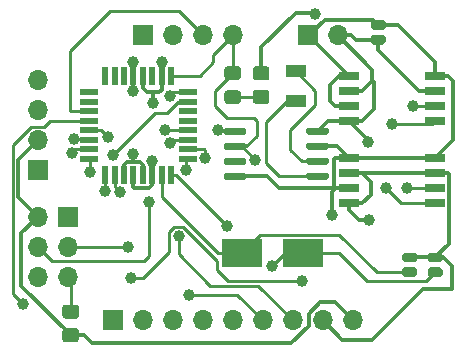
<source format=gtl>
%TF.GenerationSoftware,KiCad,Pcbnew,(5.1.10-1-10_14)*%
%TF.CreationDate,2021-08-15T15:03:56-03:00*%
%TF.ProjectId,bacee,62616365-652e-46b6-9963-61645f706362,1*%
%TF.SameCoordinates,Original*%
%TF.FileFunction,Copper,L1,Top*%
%TF.FilePolarity,Positive*%
%FSLAX46Y46*%
G04 Gerber Fmt 4.6, Leading zero omitted, Abs format (unit mm)*
G04 Created by KiCad (PCBNEW (5.1.10-1-10_14)) date 2021-08-15 15:03:56*
%MOMM*%
%LPD*%
G01*
G04 APERTURE LIST*
%TA.AperFunction,ComponentPad*%
%ADD10R,1.700000X1.700000*%
%TD*%
%TA.AperFunction,ComponentPad*%
%ADD11O,1.700000X1.700000*%
%TD*%
%TA.AperFunction,SMDPad,CuDef*%
%ADD12R,1.700000X0.650000*%
%TD*%
%TA.AperFunction,SMDPad,CuDef*%
%ADD13R,1.500000X0.550000*%
%TD*%
%TA.AperFunction,SMDPad,CuDef*%
%ADD14R,0.550000X1.500000*%
%TD*%
%TA.AperFunction,SMDPad,CuDef*%
%ADD15R,1.800000X1.000000*%
%TD*%
%TA.AperFunction,SMDPad,CuDef*%
%ADD16R,3.500000X2.400000*%
%TD*%
%TA.AperFunction,ViaPad*%
%ADD17C,1.000000*%
%TD*%
%TA.AperFunction,Conductor*%
%ADD18C,0.300000*%
%TD*%
%TA.AperFunction,Conductor*%
%ADD19C,0.250000*%
%TD*%
G04 APERTURE END LIST*
D10*
%TO.P,BT1,1*%
%TO.N,/VCC*%
X83820000Y-104140000D03*
D11*
%TO.P,BT1,2*%
%TO.N,GNDPWR*%
X86360000Y-104140000D03*
%TD*%
%TO.P,C1,1*%
%TO.N,Net-(C1-Pad1)*%
%TA.AperFunction,SMDPad,CuDef*%
G36*
G01*
X92887250Y-124608500D02*
X92024750Y-124608500D01*
G75*
G02*
X91816000Y-124399750I0J208750D01*
G01*
X91816000Y-123982250D01*
G75*
G02*
X92024750Y-123773500I208750J0D01*
G01*
X92887250Y-123773500D01*
G75*
G02*
X93096000Y-123982250I0J-208750D01*
G01*
X93096000Y-124399750D01*
G75*
G02*
X92887250Y-124608500I-208750J0D01*
G01*
G37*
%TD.AperFunction*%
%TO.P,C1,2*%
%TO.N,GNDPWR*%
%TA.AperFunction,SMDPad,CuDef*%
G36*
G01*
X92887250Y-123353500D02*
X92024750Y-123353500D01*
G75*
G02*
X91816000Y-123144750I0J208750D01*
G01*
X91816000Y-122727250D01*
G75*
G02*
X92024750Y-122518500I208750J0D01*
G01*
X92887250Y-122518500D01*
G75*
G02*
X93096000Y-122727250I0J-208750D01*
G01*
X93096000Y-123144750D01*
G75*
G02*
X92887250Y-123353500I-208750J0D01*
G01*
G37*
%TD.AperFunction*%
%TD*%
%TO.P,C2,2*%
%TO.N,GNDPWR*%
%TA.AperFunction,SMDPad,CuDef*%
G36*
G01*
X95046250Y-123353500D02*
X94183750Y-123353500D01*
G75*
G02*
X93975000Y-123144750I0J208750D01*
G01*
X93975000Y-122727250D01*
G75*
G02*
X94183750Y-122518500I208750J0D01*
G01*
X95046250Y-122518500D01*
G75*
G02*
X95255000Y-122727250I0J-208750D01*
G01*
X95255000Y-123144750D01*
G75*
G02*
X95046250Y-123353500I-208750J0D01*
G01*
G37*
%TD.AperFunction*%
%TO.P,C2,1*%
%TO.N,Net-(C2-Pad1)*%
%TA.AperFunction,SMDPad,CuDef*%
G36*
G01*
X95046250Y-124608500D02*
X94183750Y-124608500D01*
G75*
G02*
X93975000Y-124399750I0J208750D01*
G01*
X93975000Y-123982250D01*
G75*
G02*
X94183750Y-123773500I208750J0D01*
G01*
X95046250Y-123773500D01*
G75*
G02*
X95255000Y-123982250I0J-208750D01*
G01*
X95255000Y-124399750D01*
G75*
G02*
X95046250Y-124608500I-208750J0D01*
G01*
G37*
%TD.AperFunction*%
%TD*%
%TO.P,C3,1*%
%TO.N,/VCC*%
%TA.AperFunction,SMDPad,CuDef*%
G36*
G01*
X89357750Y-102833500D02*
X90220250Y-102833500D01*
G75*
G02*
X90429000Y-103042250I0J-208750D01*
G01*
X90429000Y-103459750D01*
G75*
G02*
X90220250Y-103668500I-208750J0D01*
G01*
X89357750Y-103668500D01*
G75*
G02*
X89149000Y-103459750I0J208750D01*
G01*
X89149000Y-103042250D01*
G75*
G02*
X89357750Y-102833500I208750J0D01*
G01*
G37*
%TD.AperFunction*%
%TO.P,C3,2*%
%TO.N,GNDPWR*%
%TA.AperFunction,SMDPad,CuDef*%
G36*
G01*
X89357750Y-104088500D02*
X90220250Y-104088500D01*
G75*
G02*
X90429000Y-104297250I0J-208750D01*
G01*
X90429000Y-104714750D01*
G75*
G02*
X90220250Y-104923500I-208750J0D01*
G01*
X89357750Y-104923500D01*
G75*
G02*
X89149000Y-104714750I0J208750D01*
G01*
X89149000Y-104297250D01*
G75*
G02*
X89357750Y-104088500I208750J0D01*
G01*
G37*
%TD.AperFunction*%
%TD*%
%TO.P,D1,1*%
%TO.N,Net-(D1-Pad1)*%
%TA.AperFunction,SMDPad,CuDef*%
G36*
G01*
X77920001Y-109940000D02*
X77019999Y-109940000D01*
G75*
G02*
X76770000Y-109690001I0J249999D01*
G01*
X76770000Y-109039999D01*
G75*
G02*
X77019999Y-108790000I249999J0D01*
G01*
X77920001Y-108790000D01*
G75*
G02*
X78170000Y-109039999I0J-249999D01*
G01*
X78170000Y-109690001D01*
G75*
G02*
X77920001Y-109940000I-249999J0D01*
G01*
G37*
%TD.AperFunction*%
%TO.P,D1,2*%
%TO.N,/SCK*%
%TA.AperFunction,SMDPad,CuDef*%
G36*
G01*
X77920001Y-107890000D02*
X77019999Y-107890000D01*
G75*
G02*
X76770000Y-107640001I0J249999D01*
G01*
X76770000Y-106989999D01*
G75*
G02*
X77019999Y-106740000I249999J0D01*
G01*
X77920001Y-106740000D01*
G75*
G02*
X78170000Y-106989999I0J-249999D01*
G01*
X78170000Y-107640001D01*
G75*
G02*
X77920001Y-107890000I-249999J0D01*
G01*
G37*
%TD.AperFunction*%
%TD*%
D10*
%TO.P,J1,1*%
%TO.N,/MISO*%
X63500000Y-119507000D03*
D11*
%TO.P,J1,2*%
%TO.N,/VCC*%
X60960000Y-119507000D03*
%TO.P,J1,3*%
%TO.N,/SCK*%
X63500000Y-122047000D03*
%TO.P,J1,4*%
%TO.N,/MOSI*%
X60960000Y-122047000D03*
%TO.P,J1,5*%
%TO.N,/RESET*%
X63500000Y-124587000D03*
%TO.P,J1,6*%
%TO.N,GNDPWR*%
X60960000Y-124587000D03*
%TD*%
D10*
%TO.P,J2,1*%
%TO.N,/D2*%
X67310000Y-128270000D03*
D11*
%TO.P,J2,2*%
%TO.N,/D3*%
X69850000Y-128270000D03*
%TO.P,J2,3*%
%TO.N,/D4*%
X72390000Y-128270000D03*
%TO.P,J2,4*%
%TO.N,/D5*%
X74930000Y-128270000D03*
%TO.P,J2,5*%
%TO.N,/D6*%
X77470000Y-128270000D03*
%TO.P,J2,6*%
%TO.N,/D7*%
X80010000Y-128270000D03*
%TO.P,J2,7*%
%TO.N,/D8*%
X82550000Y-128270000D03*
%TO.P,J2,8*%
%TO.N,GNDPWR*%
X85090000Y-128270000D03*
%TO.P,J2,9*%
%TO.N,/VCC*%
X87630000Y-128270000D03*
%TD*%
D10*
%TO.P,J3,1*%
%TO.N,GNDPWR*%
X60960000Y-115570000D03*
D11*
%TO.P,J3,2*%
%TO.N,/VCC*%
X60960000Y-113030000D03*
%TO.P,J3,3*%
%TO.N,/RX*%
X60960000Y-110490000D03*
%TO.P,J3,4*%
%TO.N,/TX*%
X60960000Y-107950000D03*
%TD*%
%TO.P,J4,4*%
%TO.N,/SCK*%
X77470000Y-104140000D03*
%TO.P,J4,3*%
%TO.N,/SDA*%
X74930000Y-104140000D03*
%TO.P,J4,2*%
%TO.N,/VCC*%
X72390000Y-104140000D03*
D10*
%TO.P,J4,1*%
%TO.N,GNDPWR*%
X69850000Y-104140000D03*
%TD*%
%TO.P,R1,1*%
%TO.N,Net-(D1-Pad1)*%
%TA.AperFunction,SMDPad,CuDef*%
G36*
G01*
X80333001Y-109947000D02*
X79432999Y-109947000D01*
G75*
G02*
X79183000Y-109697001I0J249999D01*
G01*
X79183000Y-108996999D01*
G75*
G02*
X79432999Y-108747000I249999J0D01*
G01*
X80333001Y-108747000D01*
G75*
G02*
X80583000Y-108996999I0J-249999D01*
G01*
X80583000Y-109697001D01*
G75*
G02*
X80333001Y-109947000I-249999J0D01*
G01*
G37*
%TD.AperFunction*%
%TO.P,R1,2*%
%TO.N,GNDPWR*%
%TA.AperFunction,SMDPad,CuDef*%
G36*
G01*
X80333001Y-107947000D02*
X79432999Y-107947000D01*
G75*
G02*
X79183000Y-107697001I0J249999D01*
G01*
X79183000Y-106996999D01*
G75*
G02*
X79432999Y-106747000I249999J0D01*
G01*
X80333001Y-106747000D01*
G75*
G02*
X80583000Y-106996999I0J-249999D01*
G01*
X80583000Y-107697001D01*
G75*
G02*
X80333001Y-107947000I-249999J0D01*
G01*
G37*
%TD.AperFunction*%
%TD*%
%TO.P,R2,2*%
%TO.N,/VCC*%
%TA.AperFunction,SMDPad,CuDef*%
G36*
G01*
X63303999Y-128924000D02*
X64204001Y-128924000D01*
G75*
G02*
X64454000Y-129173999I0J-249999D01*
G01*
X64454000Y-129874001D01*
G75*
G02*
X64204001Y-130124000I-249999J0D01*
G01*
X63303999Y-130124000D01*
G75*
G02*
X63054000Y-129874001I0J249999D01*
G01*
X63054000Y-129173999D01*
G75*
G02*
X63303999Y-128924000I249999J0D01*
G01*
G37*
%TD.AperFunction*%
%TO.P,R2,1*%
%TO.N,/RESET*%
%TA.AperFunction,SMDPad,CuDef*%
G36*
G01*
X63303999Y-126924000D02*
X64204001Y-126924000D01*
G75*
G02*
X64454000Y-127173999I0J-249999D01*
G01*
X64454000Y-127874001D01*
G75*
G02*
X64204001Y-128124000I-249999J0D01*
G01*
X63303999Y-128124000D01*
G75*
G02*
X63054000Y-127874001I0J249999D01*
G01*
X63054000Y-127173999D01*
G75*
G02*
X63303999Y-126924000I249999J0D01*
G01*
G37*
%TD.AperFunction*%
%TD*%
D12*
%TO.P,U1,1*%
%TO.N,/VCC*%
X87282000Y-107569000D03*
%TO.P,U1,2*%
%TO.N,GNDPWR*%
X87282000Y-108839000D03*
%TO.P,U1,3*%
%TO.N,/VCC*%
X87282000Y-110109000D03*
%TO.P,U1,4*%
%TO.N,GNDPWR*%
X87282000Y-111379000D03*
%TO.P,U1,5*%
%TO.N,/SDA*%
X94582000Y-111379000D03*
%TO.P,U1,6*%
%TO.N,/SCL*%
X94582000Y-110109000D03*
%TO.P,U1,7*%
%TO.N,GNDPWR*%
X94582000Y-108839000D03*
%TO.P,U1,8*%
%TO.N,/VCC*%
X94582000Y-107569000D03*
%TD*%
%TO.P,U2,8*%
%TO.N,/VCC*%
X94582000Y-114554000D03*
%TO.P,U2,7*%
%TO.N,GNDPWR*%
X94582000Y-115824000D03*
%TO.P,U2,6*%
%TO.N,/SCL*%
X94582000Y-117094000D03*
%TO.P,U2,5*%
%TO.N,/SDA*%
X94582000Y-118364000D03*
%TO.P,U2,4*%
%TO.N,GNDPWR*%
X87282000Y-118364000D03*
%TO.P,U2,3*%
%TO.N,/VCC*%
X87282000Y-117094000D03*
%TO.P,U2,2*%
%TO.N,GNDPWR*%
X87282000Y-115824000D03*
%TO.P,U2,1*%
%TO.N,/VCC*%
X87282000Y-114554000D03*
%TD*%
%TO.P,U3,1*%
%TO.N,Net-(U3-Pad1)*%
%TA.AperFunction,SMDPad,CuDef*%
G36*
G01*
X85603000Y-115928000D02*
X85603000Y-116228000D01*
G75*
G02*
X85453000Y-116378000I-150000J0D01*
G01*
X83853000Y-116378000D01*
G75*
G02*
X83703000Y-116228000I0J150000D01*
G01*
X83703000Y-115928000D01*
G75*
G02*
X83853000Y-115778000I150000J0D01*
G01*
X85453000Y-115778000D01*
G75*
G02*
X85603000Y-115928000I0J-150000D01*
G01*
G37*
%TD.AperFunction*%
%TO.P,U3,2*%
%TO.N,Net-(U3-Pad2)*%
%TA.AperFunction,SMDPad,CuDef*%
G36*
G01*
X85603000Y-114658000D02*
X85603000Y-114958000D01*
G75*
G02*
X85453000Y-115108000I-150000J0D01*
G01*
X83853000Y-115108000D01*
G75*
G02*
X83703000Y-114958000I0J150000D01*
G01*
X83703000Y-114658000D01*
G75*
G02*
X83853000Y-114508000I150000J0D01*
G01*
X85453000Y-114508000D01*
G75*
G02*
X85603000Y-114658000I0J-150000D01*
G01*
G37*
%TD.AperFunction*%
%TO.P,U3,3*%
%TO.N,/VCC*%
%TA.AperFunction,SMDPad,CuDef*%
G36*
G01*
X85603000Y-113388000D02*
X85603000Y-113688000D01*
G75*
G02*
X85453000Y-113838000I-150000J0D01*
G01*
X83853000Y-113838000D01*
G75*
G02*
X83703000Y-113688000I0J150000D01*
G01*
X83703000Y-113388000D01*
G75*
G02*
X83853000Y-113238000I150000J0D01*
G01*
X85453000Y-113238000D01*
G75*
G02*
X85603000Y-113388000I0J-150000D01*
G01*
G37*
%TD.AperFunction*%
%TO.P,U3,4*%
%TO.N,GNDPWR*%
%TA.AperFunction,SMDPad,CuDef*%
G36*
G01*
X85603000Y-112118000D02*
X85603000Y-112418000D01*
G75*
G02*
X85453000Y-112568000I-150000J0D01*
G01*
X83853000Y-112568000D01*
G75*
G02*
X83703000Y-112418000I0J150000D01*
G01*
X83703000Y-112118000D01*
G75*
G02*
X83853000Y-111968000I150000J0D01*
G01*
X85453000Y-111968000D01*
G75*
G02*
X85603000Y-112118000I0J-150000D01*
G01*
G37*
%TD.AperFunction*%
%TO.P,U3,5*%
%TO.N,/SDA*%
%TA.AperFunction,SMDPad,CuDef*%
G36*
G01*
X78603000Y-112118000D02*
X78603000Y-112418000D01*
G75*
G02*
X78453000Y-112568000I-150000J0D01*
G01*
X76853000Y-112568000D01*
G75*
G02*
X76703000Y-112418000I0J150000D01*
G01*
X76703000Y-112118000D01*
G75*
G02*
X76853000Y-111968000I150000J0D01*
G01*
X78453000Y-111968000D01*
G75*
G02*
X78603000Y-112118000I0J-150000D01*
G01*
G37*
%TD.AperFunction*%
%TO.P,U3,6*%
%TO.N,/SCK*%
%TA.AperFunction,SMDPad,CuDef*%
G36*
G01*
X78603000Y-113388000D02*
X78603000Y-113688000D01*
G75*
G02*
X78453000Y-113838000I-150000J0D01*
G01*
X76853000Y-113838000D01*
G75*
G02*
X76703000Y-113688000I0J150000D01*
G01*
X76703000Y-113388000D01*
G75*
G02*
X76853000Y-113238000I150000J0D01*
G01*
X78453000Y-113238000D01*
G75*
G02*
X78603000Y-113388000I0J-150000D01*
G01*
G37*
%TD.AperFunction*%
%TO.P,U3,7*%
%TO.N,Net-(U3-Pad7)*%
%TA.AperFunction,SMDPad,CuDef*%
G36*
G01*
X78603000Y-114658000D02*
X78603000Y-114958000D01*
G75*
G02*
X78453000Y-115108000I-150000J0D01*
G01*
X76853000Y-115108000D01*
G75*
G02*
X76703000Y-114958000I0J150000D01*
G01*
X76703000Y-114658000D01*
G75*
G02*
X76853000Y-114508000I150000J0D01*
G01*
X78453000Y-114508000D01*
G75*
G02*
X78603000Y-114658000I0J-150000D01*
G01*
G37*
%TD.AperFunction*%
%TO.P,U3,8*%
%TO.N,/VCC*%
%TA.AperFunction,SMDPad,CuDef*%
G36*
G01*
X78603000Y-115928000D02*
X78603000Y-116228000D01*
G75*
G02*
X78453000Y-116378000I-150000J0D01*
G01*
X76853000Y-116378000D01*
G75*
G02*
X76703000Y-116228000I0J150000D01*
G01*
X76703000Y-115928000D01*
G75*
G02*
X76853000Y-115778000I150000J0D01*
G01*
X78453000Y-115778000D01*
G75*
G02*
X78603000Y-115928000I0J-150000D01*
G01*
G37*
%TD.AperFunction*%
%TD*%
D13*
%TO.P,U4,9*%
%TO.N,/D5*%
X73669000Y-114560000D03*
D14*
%TO.P,U4,1*%
%TO.N,/D3*%
X66669000Y-115960000D03*
%TO.P,U4,2*%
%TO.N,/D4*%
X67469000Y-115960000D03*
%TO.P,U4,3*%
%TO.N,GNDPWR*%
X68269000Y-115960000D03*
%TO.P,U4,4*%
%TO.N,/VCC*%
X69069000Y-115960000D03*
%TO.P,U4,5*%
%TO.N,GNDPWR*%
X69869000Y-115960000D03*
%TO.P,U4,6*%
%TO.N,/VCC*%
X70669000Y-115960000D03*
%TO.P,U4,7*%
%TO.N,Net-(C1-Pad1)*%
X71469000Y-115960000D03*
%TO.P,U4,8*%
%TO.N,Net-(C2-Pad1)*%
X72269000Y-115960000D03*
D13*
%TO.P,U4,10*%
%TO.N,/D6*%
X73669000Y-113760000D03*
%TO.P,U4,11*%
%TO.N,/D7*%
X73669000Y-112960000D03*
%TO.P,U4,12*%
%TO.N,/D8*%
X73669000Y-112160000D03*
%TO.P,U4,13*%
%TO.N,Net-(U4-Pad13)*%
X73669000Y-111360000D03*
%TO.P,U4,14*%
%TO.N,Net-(U4-Pad14)*%
X73669000Y-110560000D03*
%TO.P,U4,15*%
%TO.N,/MOSI*%
X73669000Y-109760000D03*
%TO.P,U4,16*%
%TO.N,/MISO*%
X73669000Y-108960000D03*
D14*
%TO.P,U4,17*%
%TO.N,/SCK*%
X72269000Y-107560000D03*
%TO.P,U4,18*%
%TO.N,/VCC*%
X71469000Y-107560000D03*
%TO.P,U4,19*%
%TO.N,Net-(U4-Pad19)*%
X70669000Y-107560000D03*
%TO.P,U4,20*%
%TO.N,/VCC*%
X69869000Y-107560000D03*
%TO.P,U4,21*%
%TO.N,GNDPWR*%
X69069000Y-107560000D03*
%TO.P,U4,22*%
%TO.N,Net-(U4-Pad22)*%
X68269000Y-107560000D03*
%TO.P,U4,23*%
%TO.N,Net-(U4-Pad23)*%
X67469000Y-107560000D03*
%TO.P,U4,24*%
%TO.N,Net-(U4-Pad24)*%
X66669000Y-107560000D03*
D13*
%TO.P,U4,25*%
%TO.N,Net-(U4-Pad25)*%
X65269000Y-108960000D03*
%TO.P,U4,26*%
%TO.N,Net-(U4-Pad26)*%
X65269000Y-109760000D03*
%TO.P,U4,27*%
%TO.N,/SDA*%
X65269000Y-110560000D03*
%TO.P,U4,28*%
%TO.N,/SCL*%
X65269000Y-111360000D03*
%TO.P,U4,29*%
%TO.N,/RESET*%
X65269000Y-112160000D03*
%TO.P,U4,30*%
%TO.N,/RX*%
X65269000Y-112960000D03*
%TO.P,U4,31*%
%TO.N,/TX*%
X65269000Y-113760000D03*
%TO.P,U4,32*%
%TO.N,/D2*%
X65269000Y-114560000D03*
%TD*%
D15*
%TO.P,Y1,1*%
%TO.N,Net-(U3-Pad1)*%
X82804000Y-109688000D03*
%TO.P,Y1,2*%
%TO.N,Net-(U3-Pad2)*%
X82804000Y-107188000D03*
%TD*%
D16*
%TO.P,Y2,1*%
%TO.N,Net-(C1-Pad1)*%
X78232000Y-122555000D03*
%TO.P,Y2,2*%
%TO.N,Net-(C2-Pad1)*%
X83432000Y-122555000D03*
%TD*%
D17*
%TO.N,/VCC*%
X85852000Y-119380000D03*
X71469000Y-106346991D03*
X70669000Y-114746992D03*
X70739000Y-109855000D03*
%TO.N,GNDPWR*%
X84455000Y-102362000D03*
X69069000Y-106346992D03*
X69053340Y-108849163D03*
X69053340Y-114138340D03*
X89027000Y-119761000D03*
X88900000Y-113157000D03*
%TO.N,Net-(C2-Pad1)*%
X80772000Y-123698000D03*
X76962000Y-120269000D03*
%TO.N,/SCK*%
X68580000Y-122047000D03*
X68834000Y-124714000D03*
X83312000Y-124968000D03*
X79375000Y-114681000D03*
%TO.N,/MISO*%
X72160884Y-109237758D03*
%TO.N,/MOSI*%
X67310000Y-114300000D03*
X70358000Y-118237000D03*
%TO.N,/RESET*%
X66929000Y-112776000D03*
%TO.N,/D2*%
X65405000Y-115697000D03*
%TO.N,/D3*%
X66675000Y-117348000D03*
%TO.N,/D4*%
X67927183Y-117406806D03*
%TO.N,/D5*%
X73533000Y-115570000D03*
%TO.N,/D6*%
X75119002Y-114554000D03*
%TO.N,/D7*%
X73787000Y-126111000D03*
X72136000Y-113284000D03*
%TO.N,/D8*%
X72898000Y-121158000D03*
X71755000Y-112141000D03*
%TO.N,/RX*%
X64002781Y-112907780D03*
%TO.N,/TX*%
X63844629Y-114097313D03*
%TO.N,/SDA*%
X76200000Y-112141000D03*
X90424000Y-117094000D03*
X90932000Y-111633000D03*
%TO.N,/SCL*%
X59690000Y-126873000D03*
X92202000Y-117094000D03*
X92710000Y-110109000D03*
%TD*%
D18*
%TO.N,/VCC*%
X83820000Y-104140000D02*
X83947000Y-104140000D01*
X89371500Y-102833500D02*
X89789000Y-103251000D01*
X85253500Y-102833500D02*
X89371500Y-102833500D01*
X83947000Y-104140000D02*
X85253500Y-102833500D01*
X89789000Y-103251000D02*
X91440000Y-103251000D01*
X94582000Y-106393000D02*
X94582000Y-107569000D01*
X91440000Y-103251000D02*
X94582000Y-106393000D01*
X83853000Y-104140000D02*
X87282000Y-107569000D01*
X83820000Y-104140000D02*
X83853000Y-104140000D01*
X87282000Y-107569000D02*
X86487000Y-107569000D01*
X86487000Y-107569000D02*
X85725000Y-108331000D01*
X86132000Y-110109000D02*
X87282000Y-110109000D01*
X85725000Y-109702000D02*
X86132000Y-110109000D01*
X85725000Y-108331000D02*
X85725000Y-109702000D01*
X86266000Y-113538000D02*
X84653000Y-113538000D01*
X87282000Y-114554000D02*
X86266000Y-113538000D01*
X87282000Y-114554000D02*
X94582000Y-114554000D01*
X94582000Y-114554000D02*
X96139000Y-112997000D01*
X95732000Y-107569000D02*
X94582000Y-107569000D01*
X96139000Y-107976000D02*
X95732000Y-107569000D01*
X96139000Y-112997000D02*
X96139000Y-107976000D01*
X86132000Y-114554000D02*
X87282000Y-114554000D01*
X86081999Y-114604001D02*
X86132000Y-114554000D01*
X86132000Y-117094000D02*
X86081999Y-117043999D01*
X86081999Y-117043999D02*
X86081999Y-114604001D01*
X87282000Y-117094000D02*
X86132000Y-117094000D01*
X86132000Y-117094000D02*
X85852000Y-117374000D01*
X85852000Y-117374000D02*
X85852000Y-119380000D01*
X71469000Y-107560000D02*
X71469000Y-106346991D01*
X69869000Y-108610000D02*
X70225000Y-108966000D01*
X69869000Y-107560000D02*
X69869000Y-108610000D01*
X71469000Y-108744000D02*
X71469000Y-107560000D01*
X71247000Y-108966000D02*
X71469000Y-108744000D01*
X77653000Y-116078000D02*
X80391000Y-116078000D01*
X81407000Y-117094000D02*
X87282000Y-117094000D01*
X80391000Y-116078000D02*
X81407000Y-117094000D01*
X69069000Y-117010000D02*
X69069000Y-115960000D01*
X70424001Y-117060001D02*
X69119001Y-117060001D01*
X70669000Y-116815002D02*
X70424001Y-117060001D01*
X69119001Y-117060001D02*
X69069000Y-117010000D01*
X70669000Y-115960000D02*
X70669000Y-116815002D01*
X70669000Y-115960000D02*
X70669000Y-114746992D01*
X70739000Y-109093000D02*
X70612000Y-108966000D01*
X70739000Y-109855000D02*
X70739000Y-109093000D01*
X70612000Y-108966000D02*
X71247000Y-108966000D01*
X70225000Y-108966000D02*
X70612000Y-108966000D01*
X59563000Y-125333000D02*
X59563000Y-120904000D01*
X59563000Y-120904000D02*
X60960000Y-119507000D01*
X63754000Y-129524000D02*
X59563000Y-125333000D01*
X60960000Y-119507000D02*
X59309000Y-117856000D01*
X59309000Y-114681000D02*
X60960000Y-113030000D01*
X59309000Y-117856000D02*
X59309000Y-114681000D01*
X63754000Y-129524000D02*
X64881000Y-129524000D01*
X83889999Y-127693999D02*
X84837998Y-126746000D01*
X83889999Y-128706003D02*
X83889999Y-127693999D01*
X82421002Y-130175000D02*
X83889999Y-128706003D01*
X65532000Y-130175000D02*
X82421002Y-130175000D01*
X64881000Y-129524000D02*
X65532000Y-130175000D01*
X86106000Y-126746000D02*
X87630000Y-128270000D01*
X84837998Y-126746000D02*
X86106000Y-126746000D01*
%TO.N,GNDPWR*%
X86360000Y-104140000D02*
X87503000Y-104140000D01*
X87869000Y-104506000D02*
X89789000Y-104506000D01*
X87503000Y-104140000D02*
X87869000Y-104506000D01*
X89789000Y-104506000D02*
X89789000Y-105410000D01*
X93218000Y-108839000D02*
X94582000Y-108839000D01*
X89789000Y-105410000D02*
X93218000Y-108839000D01*
X86360000Y-104140000D02*
X89281000Y-107061000D01*
X88432000Y-108839000D02*
X87282000Y-108839000D01*
X89281000Y-107990000D02*
X88432000Y-108839000D01*
X89281000Y-107061000D02*
X89281000Y-107990000D01*
X85542000Y-111379000D02*
X84653000Y-112268000D01*
X87282000Y-111379000D02*
X85542000Y-111379000D01*
X88432000Y-111379000D02*
X89408000Y-110403000D01*
X87282000Y-111379000D02*
X88432000Y-111379000D01*
X89408000Y-108117000D02*
X89281000Y-107990000D01*
X89408000Y-110403000D02*
X89408000Y-108117000D01*
X88432000Y-115824000D02*
X89154000Y-116546000D01*
X87282000Y-115824000D02*
X88432000Y-115824000D01*
X88432000Y-118364000D02*
X87282000Y-118364000D01*
X89154000Y-117642000D02*
X88432000Y-118364000D01*
X89154000Y-116546000D02*
X89154000Y-117642000D01*
X94582000Y-115824000D02*
X87282000Y-115824000D01*
X95782001Y-115874001D02*
X95732000Y-115824000D01*
X95782001Y-121768999D02*
X95782001Y-115874001D01*
X95732000Y-115824000D02*
X94582000Y-115824000D01*
X94615000Y-122936000D02*
X95782001Y-121768999D01*
X92456000Y-122936000D02*
X94615000Y-122936000D01*
X86741000Y-129921000D02*
X85090000Y-128270000D01*
X93599000Y-125603000D02*
X89281000Y-129921000D01*
X96012000Y-125603000D02*
X93599000Y-125603000D01*
X96012000Y-123693000D02*
X96012000Y-125603000D01*
X89281000Y-129921000D02*
X86741000Y-129921000D01*
X95255000Y-122936000D02*
X96012000Y-123693000D01*
X94615000Y-122936000D02*
X95255000Y-122936000D01*
X79883000Y-107347000D02*
X79883000Y-105156000D01*
X79883000Y-105156000D02*
X82804000Y-102235000D01*
X84328000Y-102235000D02*
X84455000Y-102362000D01*
X82804000Y-102235000D02*
X84328000Y-102235000D01*
X69069000Y-107560000D02*
X69069000Y-106346992D01*
X68513999Y-114859999D02*
X68269000Y-115104998D01*
X68269000Y-115104998D02*
X68269000Y-115960000D01*
X69869000Y-115104998D02*
X69624001Y-114859999D01*
X69869000Y-115960000D02*
X69869000Y-115104998D01*
X69069000Y-108833503D02*
X69053340Y-108849163D01*
X69069000Y-107560000D02*
X69069000Y-108833503D01*
X69038787Y-114859999D02*
X69036001Y-114859999D01*
X69053340Y-114138340D02*
X69053340Y-114845446D01*
X69036001Y-114859999D02*
X68513999Y-114859999D01*
X69053340Y-114845446D02*
X69038787Y-114859999D01*
X69624001Y-114859999D02*
X69036001Y-114859999D01*
X87282000Y-118364000D02*
X87282000Y-118905000D01*
X87282000Y-118905000D02*
X88138000Y-119761000D01*
X88138000Y-119761000D02*
X89027000Y-119761000D01*
X88900000Y-112997000D02*
X87282000Y-111379000D01*
X88900000Y-113157000D02*
X88900000Y-112997000D01*
D19*
%TO.N,Net-(C1-Pad1)*%
X92456000Y-124191000D02*
X89647000Y-124191000D01*
X79757001Y-121029999D02*
X78232000Y-122555000D01*
X86485999Y-121029999D02*
X79757001Y-121029999D01*
X89647000Y-124191000D02*
X86485999Y-121029999D01*
X71469000Y-117792000D02*
X71469000Y-115960000D01*
X76232000Y-122555000D02*
X71469000Y-117792000D01*
X78232000Y-122555000D02*
X76232000Y-122555000D01*
%TO.N,Net-(C2-Pad1)*%
X93872490Y-124933510D02*
X88865510Y-124933510D01*
X94615000Y-124191000D02*
X93872490Y-124933510D01*
X86487000Y-122555000D02*
X83432000Y-122555000D01*
X88865510Y-124933510D02*
X86487000Y-122555000D01*
X83432000Y-122555000D02*
X81915000Y-122555000D01*
X81915000Y-122555000D02*
X80772000Y-123698000D01*
X72653000Y-115960000D02*
X72269000Y-115960000D01*
X76962000Y-120269000D02*
X72653000Y-115960000D01*
%TO.N,Net-(D1-Pad1)*%
X77488000Y-109347000D02*
X77470000Y-109365000D01*
X79883000Y-109347000D02*
X77488000Y-109347000D01*
%TO.N,/SCK*%
X78603000Y-113538000D02*
X79502000Y-112639000D01*
X77653000Y-113538000D02*
X78603000Y-113538000D01*
X79502000Y-112639000D02*
X79502000Y-111379000D01*
X79502000Y-111379000D02*
X79248000Y-111125000D01*
X79248000Y-111125000D02*
X76962000Y-111125000D01*
X76962000Y-111125000D02*
X75946000Y-110109000D01*
X75946000Y-108839000D02*
X77470000Y-107315000D01*
X75946000Y-110109000D02*
X75946000Y-108839000D01*
X77470000Y-107315000D02*
X77470000Y-104140000D01*
X72269000Y-107560000D02*
X74685000Y-107560000D01*
X74685000Y-107560000D02*
X75819000Y-106426000D01*
X75819000Y-105791000D02*
X77470000Y-104140000D01*
X75819000Y-106426000D02*
X75819000Y-105791000D01*
X63500000Y-122047000D02*
X68580000Y-122047000D01*
X77040988Y-124898990D02*
X83242990Y-124898990D01*
X83242990Y-124898990D02*
X83312000Y-124968000D01*
X76156999Y-124015001D02*
X77040988Y-124898990D01*
X76156999Y-123195997D02*
X76156999Y-124015001D01*
X72501999Y-120332999D02*
X73294001Y-120332999D01*
X72072999Y-120761999D02*
X72501999Y-120332999D01*
X73294001Y-120332999D02*
X76156999Y-123195997D01*
X72072999Y-122493409D02*
X72072999Y-120761999D01*
X69852408Y-124714000D02*
X72072999Y-122493409D01*
X68834000Y-124714000D02*
X69852408Y-124714000D01*
X78232000Y-113538000D02*
X77653000Y-113538000D01*
X79375000Y-114681000D02*
X78232000Y-113538000D01*
%TO.N,/MISO*%
X72438642Y-108960000D02*
X73669000Y-108960000D01*
X72160884Y-109237758D02*
X72438642Y-108960000D01*
%TO.N,/MOSI*%
X71939643Y-110680001D02*
X70929999Y-110680001D01*
X72859644Y-109760000D02*
X71939643Y-110680001D01*
X70929999Y-110680001D02*
X67310000Y-114300000D01*
X73669000Y-109760000D02*
X72859644Y-109760000D01*
X70358000Y-122809000D02*
X70358000Y-118237000D01*
X69944999Y-123222001D02*
X70358000Y-122809000D01*
X62135001Y-123222001D02*
X69944999Y-123222001D01*
X60960000Y-122047000D02*
X62135001Y-123222001D01*
%TO.N,/RESET*%
X63754000Y-124841000D02*
X63500000Y-124587000D01*
X63754000Y-127524000D02*
X63754000Y-124841000D01*
X65269000Y-112160000D02*
X66313000Y-112160000D01*
X66313000Y-112160000D02*
X66929000Y-112776000D01*
%TO.N,/D2*%
X65405000Y-114696000D02*
X65269000Y-114560000D01*
X65405000Y-115697000D02*
X65405000Y-114696000D01*
%TO.N,/D3*%
X66669000Y-117342000D02*
X66675000Y-117348000D01*
X66669000Y-115960000D02*
X66669000Y-117342000D01*
%TO.N,/D4*%
X67469000Y-116948623D02*
X67927183Y-117406806D01*
X67469000Y-115960000D02*
X67469000Y-116948623D01*
%TO.N,/D5*%
X73533000Y-114696000D02*
X73669000Y-114560000D01*
X73533000Y-115570000D02*
X73533000Y-114696000D01*
%TO.N,/D6*%
X75032108Y-113760000D02*
X73669000Y-113760000D01*
X75119002Y-113846894D02*
X75032108Y-113760000D01*
X75119002Y-114554000D02*
X75119002Y-113846894D01*
%TO.N,/D7*%
X80010000Y-128270000D02*
X77851000Y-126111000D01*
X77851000Y-126111000D02*
X73787000Y-126111000D01*
X72460000Y-112960000D02*
X73669000Y-112960000D01*
X72136000Y-113284000D02*
X72460000Y-112960000D01*
%TO.N,/D8*%
X82550000Y-128270000D02*
X79629000Y-125349000D01*
X79629000Y-125349000D02*
X75565000Y-125349000D01*
X75565000Y-125349000D02*
X72898000Y-122682000D01*
X72898000Y-122682000D02*
X72898000Y-121158000D01*
X73650000Y-112141000D02*
X73669000Y-112160000D01*
X71755000Y-112141000D02*
X73650000Y-112141000D01*
%TO.N,/RX*%
X65216780Y-112907780D02*
X65269000Y-112960000D01*
X64002781Y-112907780D02*
X65216780Y-112907780D01*
%TO.N,/TX*%
X64181942Y-113760000D02*
X65269000Y-113760000D01*
X63844629Y-114097313D02*
X64181942Y-113760000D01*
%TO.N,/SDA*%
X77653000Y-112268000D02*
X76327000Y-112268000D01*
X76327000Y-112268000D02*
X76200000Y-112141000D01*
X65269000Y-110560000D02*
X63697000Y-110560000D01*
X63697000Y-110560000D02*
X63697000Y-105467000D01*
X63697000Y-105467000D02*
X67056000Y-102108000D01*
X72898000Y-102108000D02*
X74930000Y-104140000D01*
X67056000Y-102108000D02*
X72898000Y-102108000D01*
X91694000Y-118364000D02*
X90424000Y-117094000D01*
X94582000Y-118364000D02*
X91694000Y-118364000D01*
X94328000Y-111633000D02*
X94582000Y-111379000D01*
X90932000Y-111633000D02*
X94328000Y-111633000D01*
%TO.N,/SCL*%
X58833990Y-126016990D02*
X59690000Y-126873000D01*
X60395999Y-111854999D02*
X58833990Y-113417008D01*
X65269000Y-111360000D02*
X62019000Y-111360000D01*
X58833990Y-113417008D02*
X58833990Y-126016990D01*
X61524001Y-111854999D02*
X60395999Y-111854999D01*
X62019000Y-111360000D02*
X61524001Y-111854999D01*
X92202000Y-117094000D02*
X94582000Y-117094000D01*
X92710000Y-110109000D02*
X94582000Y-110109000D01*
%TO.N,Net-(U3-Pad1)*%
X82804000Y-109688000D02*
X82082000Y-109688000D01*
X82082000Y-109688000D02*
X80264000Y-111506000D01*
X80264000Y-111506000D02*
X80264000Y-114935000D01*
X81407000Y-116078000D02*
X84653000Y-116078000D01*
X80264000Y-114935000D02*
X81407000Y-116078000D01*
%TO.N,Net-(U3-Pad2)*%
X82804000Y-107188000D02*
X84455000Y-108839000D01*
X84455000Y-110022002D02*
X82336002Y-112141000D01*
X84455000Y-108839000D02*
X84455000Y-110022002D01*
X82336002Y-112141000D02*
X82336002Y-113832002D01*
X83312000Y-114808000D02*
X84653000Y-114808000D01*
X82336002Y-113832002D02*
X83312000Y-114808000D01*
%TD*%
M02*

</source>
